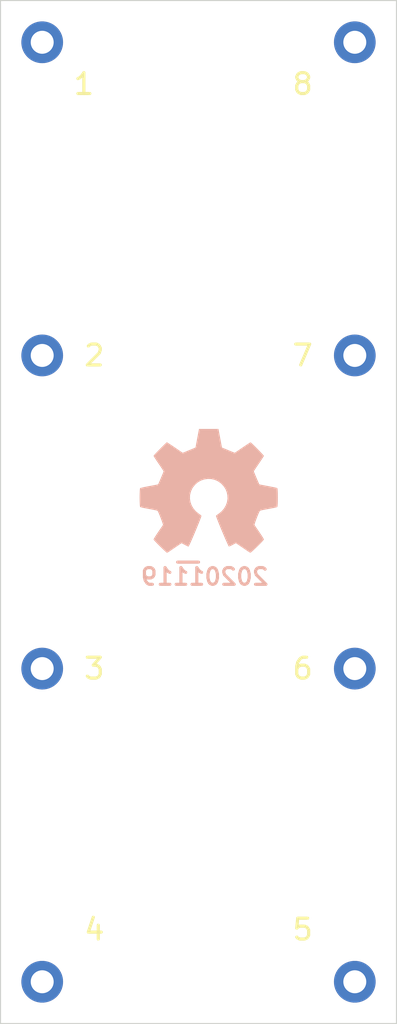
<source format=kicad_pcb>
(kicad_pcb (version 20171130) (host pcbnew 5.1.8-db9833491~87~ubuntu20.04.1)

  (general
    (thickness 1.6)
    (drawings 4)
    (tracks 0)
    (zones 0)
    (modules 10)
    (nets 2)
  )

  (page A4)
  (layers
    (0 F.Cu signal)
    (31 B.Cu signal)
    (32 B.Adhes user)
    (33 F.Adhes user)
    (34 B.Paste user)
    (35 F.Paste user)
    (36 B.SilkS user)
    (37 F.SilkS user)
    (38 B.Mask user)
    (39 F.Mask user)
    (40 Dwgs.User user)
    (41 Cmts.User user)
    (42 Eco1.User user)
    (43 Eco2.User user)
    (44 Edge.Cuts user)
    (45 Margin user)
    (46 B.CrtYd user)
    (47 F.CrtYd user)
    (48 B.Fab user)
    (49 F.Fab user)
  )

  (setup
    (last_trace_width 0.25)
    (user_trace_width 0.2)
    (user_trace_width 0.3)
    (user_trace_width 0.4)
    (user_trace_width 0.6)
    (user_trace_width 0.8)
    (user_trace_width 1)
    (user_trace_width 1.2)
    (user_trace_width 1.4)
    (user_trace_width 1.6)
    (user_trace_width 2)
    (trace_clearance 0.2)
    (zone_clearance 0.508)
    (zone_45_only no)
    (trace_min 0.1524)
    (via_size 0.8)
    (via_drill 0.4)
    (via_min_size 0.381)
    (via_min_drill 0.254)
    (user_via 0.4 0.254)
    (user_via 0.5 0.3)
    (user_via 0.6 0.4)
    (user_via 0.8 0.6)
    (user_via 1.1 0.8)
    (user_via 1.3 1)
    (user_via 1.5 1.2)
    (user_via 1.7 1.4)
    (user_via 1.9 1.6)
    (user_via 2.5 2)
    (uvia_size 0.3)
    (uvia_drill 0.1)
    (uvias_allowed no)
    (uvia_min_size 0.2)
    (uvia_min_drill 0.1)
    (edge_width 0.05)
    (segment_width 0.2)
    (pcb_text_width 0.3)
    (pcb_text_size 1.5 1.5)
    (mod_edge_width 0.12)
    (mod_text_size 0.8 0.8)
    (mod_text_width 0.12)
    (pad_size 1.524 1.524)
    (pad_drill 0.762)
    (pad_to_mask_clearance 0.0762)
    (solder_mask_min_width 0.1016)
    (pad_to_paste_clearance_ratio -0.1)
    (aux_axis_origin 0 0)
    (visible_elements FFFFFF7F)
    (pcbplotparams
      (layerselection 0x010fc_ffffffff)
      (usegerberextensions false)
      (usegerberattributes true)
      (usegerberadvancedattributes true)
      (creategerberjobfile true)
      (excludeedgelayer true)
      (linewidth 0.100000)
      (plotframeref false)
      (viasonmask false)
      (mode 1)
      (useauxorigin false)
      (hpglpennumber 1)
      (hpglpenspeed 20)
      (hpglpendiameter 15.000000)
      (psnegative false)
      (psa4output false)
      (plotreference true)
      (plotvalue true)
      (plotinvisibletext false)
      (padsonsilk false)
      (subtractmaskfromsilk false)
      (outputformat 1)
      (mirror false)
      (drillshape 1)
      (scaleselection 1)
      (outputdirectory ""))
  )

  (net 0 "")
  (net 1 "Net-(J1-Pad1)")

  (net_class Default "This is the default net class."
    (clearance 0.2)
    (trace_width 0.25)
    (via_dia 0.8)
    (via_drill 0.4)
    (uvia_dia 0.3)
    (uvia_drill 0.1)
    (add_net "Net-(J1-Pad1)")
  )

  (module mill-max:PC_pin_nail_head_6092 (layer F.Cu) (tedit 5FB583BD) (tstamp 5FB6F15A)
    (at 157 63)
    (path /5FB71E40)
    (fp_text reference J8 (at -2.5 2) (layer F.Fab)
      (effects (font (size 1 1) (thickness 0.15)))
    )
    (fp_text value 8 (at -2.5 2) (layer F.SilkS)
      (effects (font (size 1 1) (thickness 0.15)))
    )
    (fp_circle (center 0 0) (end 1.3 0) (layer F.CrtYd) (width 0.025))
    (fp_circle (center 0 0) (end 1.3 0) (layer B.CrtYd) (width 0.025))
    (pad 1 thru_hole circle (at 0 0) (size 2 2) (drill 1.1) (layers *.Cu *.Mask)
      (net 1 "Net-(J1-Pad1)"))
  )

  (module mill-max:PC_pin_nail_head_6092 (layer F.Cu) (tedit 5FB583BD) (tstamp 5FB6F153)
    (at 157 78)
    (path /5FB72175)
    (fp_text reference J7 (at -2.5 0) (layer F.Fab)
      (effects (font (size 1 1) (thickness 0.15)))
    )
    (fp_text value 7 (at -2.5 0) (layer F.SilkS)
      (effects (font (size 1 1) (thickness 0.15)))
    )
    (fp_circle (center 0 0) (end 1.3 0) (layer F.CrtYd) (width 0.025))
    (fp_circle (center 0 0) (end 1.3 0) (layer B.CrtYd) (width 0.025))
    (pad 1 thru_hole circle (at 0 0) (size 2 2) (drill 1.1) (layers *.Cu *.Mask)
      (net 1 "Net-(J1-Pad1)"))
  )

  (module mill-max:PC_pin_nail_head_6092 (layer F.Cu) (tedit 5FB583BD) (tstamp 5FB6EAD7)
    (at 157 93)
    (path /5FB6F255)
    (fp_text reference J6 (at -2.5 0) (layer F.Fab)
      (effects (font (size 1 1) (thickness 0.15)))
    )
    (fp_text value 6 (at -2.5 0) (layer F.SilkS)
      (effects (font (size 1 1) (thickness 0.15)))
    )
    (fp_circle (center 0 0) (end 1.3 0) (layer B.CrtYd) (width 0.025))
    (fp_circle (center 0 0) (end 1.3 0) (layer F.CrtYd) (width 0.025))
    (pad 1 thru_hole circle (at 0 0) (size 2 2) (drill 1.1) (layers *.Cu *.Mask)
      (net 1 "Net-(J1-Pad1)"))
  )

  (module mill-max:PC_pin_nail_head_6092 (layer F.Cu) (tedit 5FB583BD) (tstamp 5FB6EAD0)
    (at 157 108)
    (path /5FB6ECA4)
    (fp_text reference J5 (at -2.5 -2.5) (layer F.Fab)
      (effects (font (size 1 1) (thickness 0.15)))
    )
    (fp_text value 5 (at -2.5 -2.5) (layer F.SilkS)
      (effects (font (size 1 1) (thickness 0.15)))
    )
    (fp_circle (center 0 0) (end 1.3 0) (layer B.CrtYd) (width 0.025))
    (fp_circle (center 0 0) (end 1.3 0) (layer F.CrtYd) (width 0.025))
    (pad 1 thru_hole circle (at 0 0) (size 2 2) (drill 1.1) (layers *.Cu *.Mask)
      (net 1 "Net-(J1-Pad1)"))
  )

  (module mill-max:PC_pin_nail_head_6092 locked (layer F.Cu) (tedit 5FB583BD) (tstamp 5FB6EB0F)
    (at 142 108)
    (path /5FB5975F)
    (fp_text reference J4 (at 2.5 -2.5) (layer F.Fab)
      (effects (font (size 1 1) (thickness 0.15)))
    )
    (fp_text value 4 (at 2.5 -2.5) (layer F.SilkS)
      (effects (font (size 1 1) (thickness 0.15)))
    )
    (fp_circle (center 0 0) (end 1.3 0) (layer F.CrtYd) (width 0.025))
    (fp_circle (center 0 0) (end 1.3 0) (layer B.CrtYd) (width 0.025))
    (pad 1 thru_hole circle (at 0 0) (size 2 2) (drill 1.1) (layers *.Cu *.Mask)
      (net 1 "Net-(J1-Pad1)"))
  )

  (module mill-max:PC_pin_nail_head_6092 locked (layer F.Cu) (tedit 5FB583BD) (tstamp 5FB5E4C2)
    (at 142 93)
    (path /5FB592C5)
    (fp_text reference J3 (at 2.5 0) (layer F.Fab)
      (effects (font (size 1 1) (thickness 0.15)))
    )
    (fp_text value 3 (at 2.5 0) (layer F.SilkS)
      (effects (font (size 1 1) (thickness 0.15)))
    )
    (fp_circle (center 0 0) (end 1.3 0) (layer F.CrtYd) (width 0.025))
    (fp_circle (center 0 0) (end 1.3 0) (layer B.CrtYd) (width 0.025))
    (pad 1 thru_hole circle (at 0 0) (size 2 2) (drill 1.1) (layers *.Cu *.Mask)
      (net 1 "Net-(J1-Pad1)"))
  )

  (module mill-max:PC_pin_nail_head_6092 locked (layer F.Cu) (tedit 5FB583BD) (tstamp 5FB5E4BB)
    (at 142 78)
    (path /5FB58352)
    (fp_text reference J2 (at 2.5 0) (layer F.Fab)
      (effects (font (size 1 1) (thickness 0.15)))
    )
    (fp_text value 2 (at 2.5 0) (layer F.SilkS)
      (effects (font (size 1 1) (thickness 0.15)))
    )
    (fp_circle (center 0 0) (end 1.3 0) (layer F.CrtYd) (width 0.025))
    (fp_circle (center 0 0) (end 1.3 0) (layer B.CrtYd) (width 0.025))
    (pad 1 thru_hole circle (at 0 0) (size 2 2) (drill 1.1) (layers *.Cu *.Mask)
      (net 1 "Net-(J1-Pad1)"))
  )

  (module mill-max:PC_pin_nail_head_6092 locked (layer F.Cu) (tedit 5FB583BD) (tstamp 5FB5E4B4)
    (at 142 63)
    (path /5FB58B49)
    (fp_text reference J1 (at 2 2) (layer F.Fab)
      (effects (font (size 1 1) (thickness 0.15)))
    )
    (fp_text value 1 (at 2 2) (layer F.SilkS)
      (effects (font (size 1 1) (thickness 0.15)))
    )
    (fp_circle (center 0 0) (end 1.3 0) (layer F.CrtYd) (width 0.025))
    (fp_circle (center 0 0) (end 1.3 0) (layer B.CrtYd) (width 0.025))
    (pad 1 thru_hole circle (at 0 0) (size 2 2) (drill 1.1) (layers *.Cu *.Mask)
      (net 1 "Net-(J1-Pad1)"))
  )

  (module Symbol:OSHW-Symbol_6.7x6mm_SilkScreen (layer B.Cu) (tedit 0) (tstamp 5EE12086)
    (at 150 84.5 180)
    (descr "Open Source Hardware Symbol")
    (tags "Logo Symbol OSHW")
    (path /5EE13678)
    (attr virtual)
    (fp_text reference N2 (at 0 0) (layer B.SilkS) hide
      (effects (font (size 1 1) (thickness 0.15)) (justify mirror))
    )
    (fp_text value OHWLOGO (at 0.75 0) (layer B.Fab) hide
      (effects (font (size 1 1) (thickness 0.15)) (justify mirror))
    )
    (fp_poly (pts (xy 0.555814 2.531069) (xy 0.639635 2.086445) (xy 0.94892 1.958947) (xy 1.258206 1.831449)
      (xy 1.629246 2.083754) (xy 1.733157 2.154004) (xy 1.827087 2.216728) (xy 1.906652 2.269062)
      (xy 1.96747 2.308143) (xy 2.005157 2.331107) (xy 2.015421 2.336058) (xy 2.03391 2.323324)
      (xy 2.07342 2.288118) (xy 2.129522 2.234938) (xy 2.197787 2.168282) (xy 2.273786 2.092646)
      (xy 2.353092 2.012528) (xy 2.431275 1.932426) (xy 2.503907 1.856836) (xy 2.566559 1.790255)
      (xy 2.614803 1.737182) (xy 2.64421 1.702113) (xy 2.651241 1.690377) (xy 2.641123 1.66874)
      (xy 2.612759 1.621338) (xy 2.569129 1.552807) (xy 2.513218 1.467785) (xy 2.448006 1.370907)
      (xy 2.410219 1.31565) (xy 2.341343 1.214752) (xy 2.28014 1.123701) (xy 2.229578 1.04703)
      (xy 2.192628 0.989272) (xy 2.172258 0.954957) (xy 2.169197 0.947746) (xy 2.176136 0.927252)
      (xy 2.195051 0.879487) (xy 2.223087 0.811168) (xy 2.257391 0.729011) (xy 2.295109 0.63973)
      (xy 2.333387 0.550042) (xy 2.36937 0.466662) (xy 2.400206 0.396306) (xy 2.423039 0.34569)
      (xy 2.435017 0.321529) (xy 2.435724 0.320578) (xy 2.454531 0.315964) (xy 2.504618 0.305672)
      (xy 2.580793 0.290713) (xy 2.677865 0.272099) (xy 2.790643 0.250841) (xy 2.856442 0.238582)
      (xy 2.97695 0.215638) (xy 3.085797 0.193805) (xy 3.177476 0.174278) (xy 3.246481 0.158252)
      (xy 3.287304 0.146921) (xy 3.295511 0.143326) (xy 3.303548 0.118994) (xy 3.310033 0.064041)
      (xy 3.31497 -0.015108) (xy 3.318364 -0.112026) (xy 3.320218 -0.220287) (xy 3.320538 -0.333465)
      (xy 3.319327 -0.445135) (xy 3.31659 -0.548868) (xy 3.312331 -0.638241) (xy 3.306555 -0.706826)
      (xy 3.299267 -0.748197) (xy 3.294895 -0.75681) (xy 3.268764 -0.767133) (xy 3.213393 -0.781892)
      (xy 3.136107 -0.799352) (xy 3.04423 -0.81778) (xy 3.012158 -0.823741) (xy 2.857524 -0.852066)
      (xy 2.735375 -0.874876) (xy 2.641673 -0.89308) (xy 2.572384 -0.907583) (xy 2.523471 -0.919292)
      (xy 2.490897 -0.929115) (xy 2.470628 -0.937956) (xy 2.458626 -0.946724) (xy 2.456947 -0.948457)
      (xy 2.440184 -0.976371) (xy 2.414614 -1.030695) (xy 2.382788 -1.104777) (xy 2.34726 -1.191965)
      (xy 2.310583 -1.285608) (xy 2.275311 -1.379052) (xy 2.243996 -1.465647) (xy 2.219193 -1.53874)
      (xy 2.203454 -1.591678) (xy 2.199332 -1.617811) (xy 2.199676 -1.618726) (xy 2.213641 -1.640086)
      (xy 2.245322 -1.687084) (xy 2.291391 -1.754827) (xy 2.348518 -1.838423) (xy 2.413373 -1.932982)
      (xy 2.431843 -1.959854) (xy 2.497699 -2.057275) (xy 2.55565 -2.146163) (xy 2.602538 -2.221412)
      (xy 2.635207 -2.27792) (xy 2.6505 -2.310581) (xy 2.651241 -2.314593) (xy 2.638392 -2.335684)
      (xy 2.602888 -2.377464) (xy 2.549293 -2.435445) (xy 2.482171 -2.505135) (xy 2.406087 -2.582045)
      (xy 2.325604 -2.661683) (xy 2.245287 -2.739561) (xy 2.169699 -2.811186) (xy 2.103405 -2.87207)
      (xy 2.050969 -2.917721) (xy 2.016955 -2.94365) (xy 2.007545 -2.947883) (xy 1.985643 -2.937912)
      (xy 1.9408 -2.91102) (xy 1.880321 -2.871736) (xy 1.833789 -2.840117) (xy 1.749475 -2.782098)
      (xy 1.649626 -2.713784) (xy 1.549473 -2.645579) (xy 1.495627 -2.609075) (xy 1.313371 -2.4858)
      (xy 1.160381 -2.56852) (xy 1.090682 -2.604759) (xy 1.031414 -2.632926) (xy 0.991311 -2.648991)
      (xy 0.981103 -2.651226) (xy 0.968829 -2.634722) (xy 0.944613 -2.588082) (xy 0.910263 -2.515609)
      (xy 0.867588 -2.421606) (xy 0.818394 -2.310374) (xy 0.76449 -2.186215) (xy 0.707684 -2.053432)
      (xy 0.649782 -1.916327) (xy 0.592593 -1.779202) (xy 0.537924 -1.646358) (xy 0.487584 -1.522098)
      (xy 0.44338 -1.410725) (xy 0.407119 -1.316539) (xy 0.380609 -1.243844) (xy 0.365658 -1.196941)
      (xy 0.363254 -1.180833) (xy 0.382311 -1.160286) (xy 0.424036 -1.126933) (xy 0.479706 -1.087702)
      (xy 0.484378 -1.084599) (xy 0.628264 -0.969423) (xy 0.744283 -0.835053) (xy 0.83143 -0.685784)
      (xy 0.888699 -0.525913) (xy 0.915086 -0.359737) (xy 0.909585 -0.191552) (xy 0.87119 -0.025655)
      (xy 0.798895 0.133658) (xy 0.777626 0.168513) (xy 0.666996 0.309263) (xy 0.536302 0.422286)
      (xy 0.390064 0.506997) (xy 0.232808 0.562806) (xy 0.069057 0.589126) (xy -0.096667 0.58537)
      (xy -0.259838 0.55095) (xy -0.415935 0.485277) (xy -0.560433 0.387765) (xy -0.605131 0.348187)
      (xy -0.718888 0.224297) (xy -0.801782 0.093876) (xy -0.858644 -0.052315) (xy -0.890313 -0.197088)
      (xy -0.898131 -0.35986) (xy -0.872062 -0.52344) (xy -0.814755 -0.682298) (xy -0.728856 -0.830906)
      (xy -0.617014 -0.963735) (xy -0.481877 -1.075256) (xy -0.464117 -1.087011) (xy -0.40785 -1.125508)
      (xy -0.365077 -1.158863) (xy -0.344628 -1.18016) (xy -0.344331 -1.180833) (xy -0.348721 -1.203871)
      (xy -0.366124 -1.256157) (xy -0.394732 -1.33339) (xy -0.432735 -1.431268) (xy -0.478326 -1.545491)
      (xy -0.529697 -1.671758) (xy -0.585038 -1.805767) (xy -0.642542 -1.943218) (xy -0.700399 -2.079808)
      (xy -0.756802 -2.211237) (xy -0.809942 -2.333205) (xy -0.85801 -2.441409) (xy -0.899199 -2.531549)
      (xy -0.931699 -2.599323) (xy -0.953703 -2.64043) (xy -0.962564 -2.651226) (xy -0.98964 -2.642819)
      (xy -1.040303 -2.620272) (xy -1.105817 -2.587613) (xy -1.141841 -2.56852) (xy -1.294832 -2.4858)
      (xy -1.477088 -2.609075) (xy -1.570125 -2.672228) (xy -1.671985 -2.741727) (xy -1.767438 -2.807165)
      (xy -1.81525 -2.840117) (xy -1.882495 -2.885273) (xy -1.939436 -2.921057) (xy -1.978646 -2.942938)
      (xy -1.991381 -2.947563) (xy -2.009917 -2.935085) (xy -2.050941 -2.900252) (xy -2.110475 -2.846678)
      (xy -2.184542 -2.777983) (xy -2.269165 -2.697781) (xy -2.322685 -2.646286) (xy -2.416319 -2.554286)
      (xy -2.497241 -2.471999) (xy -2.562177 -2.402945) (xy -2.607858 -2.350644) (xy -2.631011 -2.318616)
      (xy -2.633232 -2.312116) (xy -2.622924 -2.287394) (xy -2.594439 -2.237405) (xy -2.550937 -2.167212)
      (xy -2.495577 -2.081875) (xy -2.43152 -1.986456) (xy -2.413303 -1.959854) (xy -2.346927 -1.863167)
      (xy -2.287378 -1.776117) (xy -2.237984 -1.703595) (xy -2.202075 -1.650493) (xy -2.182981 -1.621703)
      (xy -2.181136 -1.618726) (xy -2.183895 -1.595782) (xy -2.198538 -1.545336) (xy -2.222513 -1.474041)
      (xy -2.253266 -1.388547) (xy -2.288244 -1.295507) (xy -2.324893 -1.201574) (xy -2.360661 -1.113399)
      (xy -2.392994 -1.037634) (xy -2.419338 -0.980931) (xy -2.437142 -0.949943) (xy -2.438407 -0.948457)
      (xy -2.449294 -0.939601) (xy -2.467682 -0.930843) (xy -2.497606 -0.921277) (xy -2.543103 -0.909996)
      (xy -2.608209 -0.896093) (xy -2.696961 -0.878663) (xy -2.813393 -0.856798) (xy -2.961542 -0.829591)
      (xy -2.993618 -0.823741) (xy -3.088686 -0.805374) (xy -3.171565 -0.787405) (xy -3.23493 -0.771569)
      (xy -3.271458 -0.7596) (xy -3.276356 -0.75681) (xy -3.284427 -0.732072) (xy -3.290987 -0.67679)
      (xy -3.296033 -0.597389) (xy -3.299559 -0.500296) (xy -3.301561 -0.391938) (xy -3.302036 -0.27874)
      (xy -3.300977 -0.167128) (xy -3.298382 -0.063529) (xy -3.294246 0.025632) (xy -3.288563 0.093928)
      (xy -3.281331 0.134934) (xy -3.276971 0.143326) (xy -3.252698 0.151792) (xy -3.197426 0.165565)
      (xy -3.116662 0.18345) (xy -3.015912 0.204252) (xy -2.900683 0.226777) (xy -2.837902 0.238582)
      (xy -2.718787 0.260849) (xy -2.612565 0.281021) (xy -2.524427 0.298085) (xy -2.459566 0.311031)
      (xy -2.423174 0.318845) (xy -2.417184 0.320578) (xy -2.407061 0.34011) (xy -2.385662 0.387157)
      (xy -2.355839 0.454997) (xy -2.320445 0.536909) (xy -2.282332 0.626172) (xy -2.244353 0.716065)
      (xy -2.20936 0.799865) (xy -2.180206 0.870853) (xy -2.159743 0.922306) (xy -2.150823 0.947503)
      (xy -2.150657 0.948604) (xy -2.160769 0.968481) (xy -2.189117 1.014223) (xy -2.232723 1.081283)
      (xy -2.288606 1.165116) (xy -2.353787 1.261174) (xy -2.391679 1.31635) (xy -2.460725 1.417519)
      (xy -2.52205 1.50937) (xy -2.572663 1.587256) (xy -2.609571 1.646531) (xy -2.629782 1.682549)
      (xy -2.632701 1.690623) (xy -2.620153 1.709416) (xy -2.585463 1.749543) (xy -2.533063 1.806507)
      (xy -2.467384 1.875815) (xy -2.392856 1.952969) (xy -2.313913 2.033475) (xy -2.234983 2.112837)
      (xy -2.1605 2.18656) (xy -2.094894 2.250148) (xy -2.042596 2.299106) (xy -2.008039 2.328939)
      (xy -1.996478 2.336058) (xy -1.977654 2.326047) (xy -1.932631 2.297922) (xy -1.865787 2.254546)
      (xy -1.781499 2.198782) (xy -1.684144 2.133494) (xy -1.610707 2.083754) (xy -1.239667 1.831449)
      (xy -0.621095 2.086445) (xy -0.537275 2.531069) (xy -0.453454 2.975693) (xy 0.471994 2.975693)
      (xy 0.555814 2.531069)) (layer B.SilkS) (width 0.01))
  )

  (module SquantorLabels:Label_Generic (layer B.Cu) (tedit 5D8A7D4C) (tstamp 5FB6ED34)
    (at 149 88.5)
    (descr "Label for general purpose use")
    (tags Label)
    (path /5EE12BF3)
    (attr smd)
    (fp_text reference N1 (at 0 -1.85) (layer B.Fab) hide
      (effects (font (size 1 1) (thickness 0.15)) (justify mirror))
    )
    (fp_text value 20201119 (at 0.8 0.1) (layer B.SilkS)
      (effects (font (size 0.8 0.8) (thickness 0.15)) (justify mirror))
    )
    (fp_line (start -0.5 -0.6) (end 0.5 -0.6) (layer B.SilkS) (width 0.15))
  )

  (gr_line (start 159 61) (end 140 61) (layer Edge.Cuts) (width 0.05) (tstamp 5FB5E506))
  (gr_line (start 159 61) (end 159 110) (layer Edge.Cuts) (width 0.05) (tstamp 5FB5E4FA))
  (gr_line (start 140 110) (end 159 110) (layer Edge.Cuts) (width 0.05) (tstamp 5FB5E4F5))
  (gr_line (start 140 110) (end 140 61) (layer Edge.Cuts) (width 0.05))

)

</source>
